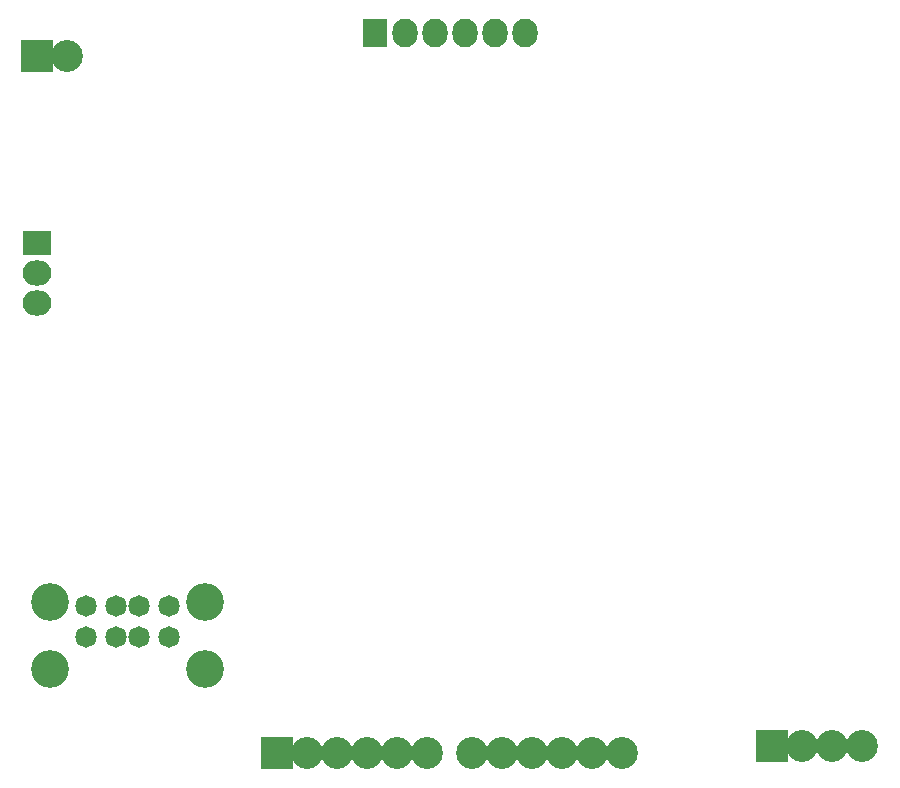
<source format=gbs>
G04 #@! TF.FileFunction,Soldermask,Bot*
%FSLAX46Y46*%
G04 Gerber Fmt 4.6, Leading zero omitted, Abs format (unit mm)*
G04 Created by KiCad (PCBNEW 4.0.1-stable) date 10/19/2016 12:19:56 AM*
%MOMM*%
G01*
G04 APERTURE LIST*
%ADD10C,0.101600*%
%ADD11R,2.432000X2.127200*%
%ADD12O,2.432000X2.127200*%
%ADD13C,2.700000*%
%ADD14R,2.700000X2.700000*%
%ADD15R,2.127200X2.432000*%
%ADD16O,2.127200X2.432000*%
%ADD17C,1.820000*%
%ADD18C,3.200000*%
G04 APERTURE END LIST*
D10*
D11*
X5080000Y49530000D03*
D12*
X5080000Y46990000D03*
X5080000Y44450000D03*
D13*
X49530000Y6350000D03*
X44450000Y6350000D03*
X41910000Y6350000D03*
X46990000Y6350000D03*
X52070000Y6350000D03*
X54610000Y6350000D03*
X38100000Y6350000D03*
X35560000Y6350000D03*
X33020000Y6350000D03*
X30480000Y6350000D03*
X27940000Y6350000D03*
D14*
X25400000Y6350000D03*
X25400000Y6350000D03*
D13*
X27940000Y6350000D03*
X30480000Y6350000D03*
X33020000Y6350000D03*
X35560000Y6350000D03*
X38100000Y6350000D03*
D15*
X33655000Y67310000D03*
D16*
X36195000Y67310000D03*
X38735000Y67310000D03*
X41275000Y67310000D03*
X43815000Y67310000D03*
X46355000Y67310000D03*
D14*
X5080000Y65405000D03*
D13*
X7620000Y65405000D03*
D17*
X9200000Y18805005D03*
X11700000Y18805005D03*
X13700000Y18805005D03*
X16200000Y18805005D03*
X9200000Y16185005D03*
X11700000Y16185005D03*
X13700000Y16185005D03*
X16200000Y16185005D03*
D18*
X19270000Y13475005D03*
X19270000Y19155005D03*
X6130000Y19155005D03*
X6130000Y13475005D03*
D14*
X67310000Y6985000D03*
D13*
X69850000Y6985000D03*
X72390000Y6985000D03*
X74930000Y6985000D03*
M02*

</source>
